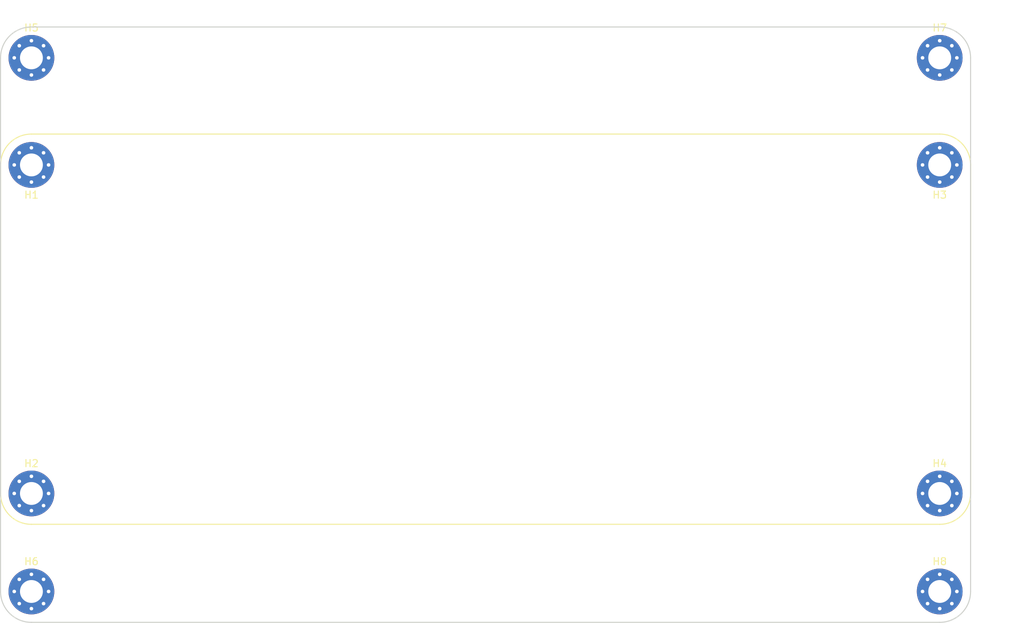
<source format=kicad_pcb>
(kicad_pcb (version 20171130) (host pcbnew 5.1.4-e60b266~84~ubuntu18.04.1)

  (general
    (thickness 1.6)
    (drawings 21)
    (tracks 0)
    (zones 0)
    (modules 8)
    (nets 2)
  )

  (page A4)
  (layers
    (0 F.Cu signal)
    (31 B.Cu signal)
    (32 B.Adhes user)
    (33 F.Adhes user)
    (34 B.Paste user)
    (35 F.Paste user)
    (36 B.SilkS user)
    (37 F.SilkS user)
    (38 B.Mask user)
    (39 F.Mask user)
    (40 Dwgs.User user)
    (41 Cmts.User user)
    (42 Eco1.User user)
    (43 Eco2.User user)
    (44 Edge.Cuts user)
    (45 Margin user)
    (46 B.CrtYd user)
    (47 F.CrtYd user)
    (48 B.Fab user)
    (49 F.Fab user)
  )

  (setup
    (last_trace_width 0.25)
    (trace_clearance 0.2)
    (zone_clearance 0.254)
    (zone_45_only yes)
    (trace_min 0.2)
    (via_size 0.8)
    (via_drill 0.4)
    (via_min_size 0.4)
    (via_min_drill 0.3)
    (uvia_size 0.3)
    (uvia_drill 0.1)
    (uvias_allowed no)
    (uvia_min_size 0.2)
    (uvia_min_drill 0.1)
    (edge_width 0.15)
    (segment_width 0.2)
    (pcb_text_width 0.3)
    (pcb_text_size 1.5 1.5)
    (mod_edge_width 0.15)
    (mod_text_size 1 1)
    (mod_text_width 0.15)
    (pad_size 1.524 1.524)
    (pad_drill 0.762)
    (pad_to_mask_clearance 0.051)
    (solder_mask_min_width 0.25)
    (aux_axis_origin 0 0)
    (visible_elements 7FFFFF7F)
    (pcbplotparams
      (layerselection 0x010fc_ffffffff)
      (usegerberextensions false)
      (usegerberattributes true)
      (usegerberadvancedattributes false)
      (creategerberjobfile false)
      (excludeedgelayer true)
      (linewidth 0.150000)
      (plotframeref false)
      (viasonmask false)
      (mode 1)
      (useauxorigin false)
      (hpglpennumber 1)
      (hpglpenspeed 20)
      (hpglpendiameter 15.000000)
      (psnegative false)
      (psa4output false)
      (plotreference true)
      (plotvalue true)
      (plotinvisibletext false)
      (padsonsilk false)
      (subtractmaskfromsilk false)
      (outputformat 1)
      (mirror false)
      (drillshape 0)
      (scaleselection 1)
      (outputdirectory "grebers"))
  )

  (net 0 "")
  (net 1 GND)

  (net_class Default "This is the default net class."
    (clearance 0.2)
    (trace_width 0.25)
    (via_dia 0.8)
    (via_drill 0.4)
    (uvia_dia 0.3)
    (uvia_drill 0.1)
    (add_net GND)
  )

  (module Mounting_Holes:MountingHole_3.2mm_M3_Pad_Via (layer F.Cu) (tedit 56DDBCCA) (tstamp 5CEEB3A5)
    (at 146.812 97.028)
    (descr "Mounting Hole 3.2mm, M3")
    (tags "mounting hole 3.2mm m3")
    (path /5CFD9D80)
    (attr virtual)
    (fp_text reference H8 (at 0 -4.2) (layer F.SilkS)
      (effects (font (size 1 1) (thickness 0.15)))
    )
    (fp_text value MountingHole (at 0 4.2) (layer F.Fab) hide
      (effects (font (size 1 1) (thickness 0.15)))
    )
    (fp_text user %R (at 0.3 0) (layer F.Fab)
      (effects (font (size 1 1) (thickness 0.15)))
    )
    (fp_circle (center 0 0) (end 3.2 0) (layer Cmts.User) (width 0.15))
    (fp_circle (center 0 0) (end 3.45 0) (layer F.CrtYd) (width 0.05))
    (pad 1 thru_hole circle (at 0 0) (size 6.4 6.4) (drill 3.2) (layers *.Cu *.Mask)
      (net 1 GND))
    (pad 1 thru_hole circle (at 2.4 0) (size 0.8 0.8) (drill 0.5) (layers *.Cu *.Mask)
      (net 1 GND))
    (pad 1 thru_hole circle (at 1.697056 1.697056) (size 0.8 0.8) (drill 0.5) (layers *.Cu *.Mask)
      (net 1 GND))
    (pad 1 thru_hole circle (at 0 2.4) (size 0.8 0.8) (drill 0.5) (layers *.Cu *.Mask)
      (net 1 GND))
    (pad 1 thru_hole circle (at -1.697056 1.697056) (size 0.8 0.8) (drill 0.5) (layers *.Cu *.Mask)
      (net 1 GND))
    (pad 1 thru_hole circle (at -2.4 0) (size 0.8 0.8) (drill 0.5) (layers *.Cu *.Mask)
      (net 1 GND))
    (pad 1 thru_hole circle (at -1.697056 -1.697056) (size 0.8 0.8) (drill 0.5) (layers *.Cu *.Mask)
      (net 1 GND))
    (pad 1 thru_hole circle (at 0 -2.4) (size 0.8 0.8) (drill 0.5) (layers *.Cu *.Mask)
      (net 1 GND))
    (pad 1 thru_hole circle (at 1.697056 -1.697056) (size 0.8 0.8) (drill 0.5) (layers *.Cu *.Mask)
      (net 1 GND))
  )

  (module Mounting_Holes:MountingHole_3.2mm_M3_Pad_Via (layer F.Cu) (tedit 56DDBCCA) (tstamp 5CEEB232)
    (at 146.812 22.352)
    (descr "Mounting Hole 3.2mm, M3")
    (tags "mounting hole 3.2mm m3")
    (path /5CFD9D8A)
    (attr virtual)
    (fp_text reference H7 (at 0 -4.2) (layer F.SilkS)
      (effects (font (size 1 1) (thickness 0.15)))
    )
    (fp_text value MountingHole (at 0 4.2) (layer F.Fab) hide
      (effects (font (size 1 1) (thickness 0.15)))
    )
    (fp_text user %R (at 0.3 0) (layer F.Fab)
      (effects (font (size 1 1) (thickness 0.15)))
    )
    (fp_circle (center 0 0) (end 3.2 0) (layer Cmts.User) (width 0.15))
    (fp_circle (center 0 0) (end 3.45 0) (layer F.CrtYd) (width 0.05))
    (pad 1 thru_hole circle (at 0 0) (size 6.4 6.4) (drill 3.2) (layers *.Cu *.Mask)
      (net 1 GND))
    (pad 1 thru_hole circle (at 2.4 0) (size 0.8 0.8) (drill 0.5) (layers *.Cu *.Mask)
      (net 1 GND))
    (pad 1 thru_hole circle (at 1.697056 1.697056) (size 0.8 0.8) (drill 0.5) (layers *.Cu *.Mask)
      (net 1 GND))
    (pad 1 thru_hole circle (at 0 2.4) (size 0.8 0.8) (drill 0.5) (layers *.Cu *.Mask)
      (net 1 GND))
    (pad 1 thru_hole circle (at -1.697056 1.697056) (size 0.8 0.8) (drill 0.5) (layers *.Cu *.Mask)
      (net 1 GND))
    (pad 1 thru_hole circle (at -2.4 0) (size 0.8 0.8) (drill 0.5) (layers *.Cu *.Mask)
      (net 1 GND))
    (pad 1 thru_hole circle (at -1.697056 -1.697056) (size 0.8 0.8) (drill 0.5) (layers *.Cu *.Mask)
      (net 1 GND))
    (pad 1 thru_hole circle (at 0 -2.4) (size 0.8 0.8) (drill 0.5) (layers *.Cu *.Mask)
      (net 1 GND))
    (pad 1 thru_hole circle (at 1.697056 -1.697056) (size 0.8 0.8) (drill 0.5) (layers *.Cu *.Mask)
      (net 1 GND))
  )

  (module Mounting_Holes:MountingHole_3.2mm_M3_Pad_Via (layer F.Cu) (tedit 56DDBCCA) (tstamp 5CEEB378)
    (at 19.812 97.028)
    (descr "Mounting Hole 3.2mm, M3")
    (tags "mounting hole 3.2mm m3")
    (path /5CFD9D6C)
    (attr virtual)
    (fp_text reference H6 (at 0 -4.2) (layer F.SilkS)
      (effects (font (size 1 1) (thickness 0.15)))
    )
    (fp_text value MountingHole (at 0 4.2) (layer F.Fab) hide
      (effects (font (size 1 1) (thickness 0.15)))
    )
    (fp_text user %R (at 0.3 0) (layer F.Fab)
      (effects (font (size 1 1) (thickness 0.15)))
    )
    (fp_circle (center 0 0) (end 3.2 0) (layer Cmts.User) (width 0.15))
    (fp_circle (center 0 0) (end 3.45 0) (layer F.CrtYd) (width 0.05))
    (pad 1 thru_hole circle (at 0 0) (size 6.4 6.4) (drill 3.2) (layers *.Cu *.Mask)
      (net 1 GND))
    (pad 1 thru_hole circle (at 2.4 0) (size 0.8 0.8) (drill 0.5) (layers *.Cu *.Mask)
      (net 1 GND))
    (pad 1 thru_hole circle (at 1.697056 1.697056) (size 0.8 0.8) (drill 0.5) (layers *.Cu *.Mask)
      (net 1 GND))
    (pad 1 thru_hole circle (at 0 2.4) (size 0.8 0.8) (drill 0.5) (layers *.Cu *.Mask)
      (net 1 GND))
    (pad 1 thru_hole circle (at -1.697056 1.697056) (size 0.8 0.8) (drill 0.5) (layers *.Cu *.Mask)
      (net 1 GND))
    (pad 1 thru_hole circle (at -2.4 0) (size 0.8 0.8) (drill 0.5) (layers *.Cu *.Mask)
      (net 1 GND))
    (pad 1 thru_hole circle (at -1.697056 -1.697056) (size 0.8 0.8) (drill 0.5) (layers *.Cu *.Mask)
      (net 1 GND))
    (pad 1 thru_hole circle (at 0 -2.4) (size 0.8 0.8) (drill 0.5) (layers *.Cu *.Mask)
      (net 1 GND))
    (pad 1 thru_hole circle (at 1.697056 -1.697056) (size 0.8 0.8) (drill 0.5) (layers *.Cu *.Mask)
      (net 1 GND))
  )

  (module Mounting_Holes:MountingHole_3.2mm_M3_Pad_Via (layer F.Cu) (tedit 56DDBCCA) (tstamp 5CEEB205)
    (at 19.812 22.352)
    (descr "Mounting Hole 3.2mm, M3")
    (tags "mounting hole 3.2mm m3")
    (path /5CFD9D76)
    (attr virtual)
    (fp_text reference H5 (at 0 -4.2) (layer F.SilkS)
      (effects (font (size 1 1) (thickness 0.15)))
    )
    (fp_text value MountingHole (at 0 4.2) (layer F.Fab) hide
      (effects (font (size 1 1) (thickness 0.15)))
    )
    (fp_text user %R (at 0.3 0) (layer F.Fab)
      (effects (font (size 1 1) (thickness 0.15)))
    )
    (fp_circle (center 0 0) (end 3.2 0) (layer Cmts.User) (width 0.15))
    (fp_circle (center 0 0) (end 3.45 0) (layer F.CrtYd) (width 0.05))
    (pad 1 thru_hole circle (at 0 0) (size 6.4 6.4) (drill 3.2) (layers *.Cu *.Mask)
      (net 1 GND))
    (pad 1 thru_hole circle (at 2.4 0) (size 0.8 0.8) (drill 0.5) (layers *.Cu *.Mask)
      (net 1 GND))
    (pad 1 thru_hole circle (at 1.697056 1.697056) (size 0.8 0.8) (drill 0.5) (layers *.Cu *.Mask)
      (net 1 GND))
    (pad 1 thru_hole circle (at 0 2.4) (size 0.8 0.8) (drill 0.5) (layers *.Cu *.Mask)
      (net 1 GND))
    (pad 1 thru_hole circle (at -1.697056 1.697056) (size 0.8 0.8) (drill 0.5) (layers *.Cu *.Mask)
      (net 1 GND))
    (pad 1 thru_hole circle (at -2.4 0) (size 0.8 0.8) (drill 0.5) (layers *.Cu *.Mask)
      (net 1 GND))
    (pad 1 thru_hole circle (at -1.697056 -1.697056) (size 0.8 0.8) (drill 0.5) (layers *.Cu *.Mask)
      (net 1 GND))
    (pad 1 thru_hole circle (at 0 -2.4) (size 0.8 0.8) (drill 0.5) (layers *.Cu *.Mask)
      (net 1 GND))
    (pad 1 thru_hole circle (at 1.697056 -1.697056) (size 0.8 0.8) (drill 0.5) (layers *.Cu *.Mask)
      (net 1 GND))
  )

  (module Mounting_Holes:MountingHole_3.2mm_M3_Pad_Via (layer F.Cu) (tedit 56DDBCCA) (tstamp 5CB8E4BD)
    (at 146.812 83.312)
    (descr "Mounting Hole 3.2mm, M3")
    (tags "mounting hole 3.2mm m3")
    (path /5C6548B4)
    (attr virtual)
    (fp_text reference H4 (at 0 -4.2) (layer F.SilkS)
      (effects (font (size 1 1) (thickness 0.15)))
    )
    (fp_text value MountingHole (at 0 4.2) (layer F.Fab) hide
      (effects (font (size 1 1) (thickness 0.15)))
    )
    (fp_text user %R (at 0.3 0) (layer F.Fab)
      (effects (font (size 1 1) (thickness 0.15)))
    )
    (fp_circle (center 0 0) (end 3.2 0) (layer Cmts.User) (width 0.15))
    (fp_circle (center 0 0) (end 3.45 0) (layer F.CrtYd) (width 0.05))
    (pad 1 thru_hole circle (at 0 0) (size 6.4 6.4) (drill 3.2) (layers *.Cu *.Mask)
      (net 1 GND))
    (pad 1 thru_hole circle (at 2.4 0) (size 0.8 0.8) (drill 0.5) (layers *.Cu *.Mask)
      (net 1 GND))
    (pad 1 thru_hole circle (at 1.697056 1.697056) (size 0.8 0.8) (drill 0.5) (layers *.Cu *.Mask)
      (net 1 GND))
    (pad 1 thru_hole circle (at 0 2.4) (size 0.8 0.8) (drill 0.5) (layers *.Cu *.Mask)
      (net 1 GND))
    (pad 1 thru_hole circle (at -1.697056 1.697056) (size 0.8 0.8) (drill 0.5) (layers *.Cu *.Mask)
      (net 1 GND))
    (pad 1 thru_hole circle (at -2.4 0) (size 0.8 0.8) (drill 0.5) (layers *.Cu *.Mask)
      (net 1 GND))
    (pad 1 thru_hole circle (at -1.697056 -1.697056) (size 0.8 0.8) (drill 0.5) (layers *.Cu *.Mask)
      (net 1 GND))
    (pad 1 thru_hole circle (at 0 -2.4) (size 0.8 0.8) (drill 0.5) (layers *.Cu *.Mask)
      (net 1 GND))
    (pad 1 thru_hole circle (at 1.697056 -1.697056) (size 0.8 0.8) (drill 0.5) (layers *.Cu *.Mask)
      (net 1 GND))
  )

  (module Mounting_Holes:MountingHole_3.2mm_M3_Pad_Via (layer F.Cu) (tedit 56DDBCCA) (tstamp 5C6E372C)
    (at 146.812 37.338 180)
    (descr "Mounting Hole 3.2mm, M3")
    (tags "mounting hole 3.2mm m3")
    (path /5C654344)
    (attr virtual)
    (fp_text reference H3 (at 0 -4.2) (layer F.SilkS)
      (effects (font (size 1 1) (thickness 0.15)))
    )
    (fp_text value MountingHole (at 0 4.2) (layer F.Fab) hide
      (effects (font (size 1 1) (thickness 0.15)))
    )
    (fp_text user %R (at 0.3 0) (layer F.Fab)
      (effects (font (size 1 1) (thickness 0.15)))
    )
    (fp_circle (center 0 0) (end 3.2 0) (layer Cmts.User) (width 0.15))
    (fp_circle (center 0 0) (end 3.45 0) (layer F.CrtYd) (width 0.05))
    (pad 1 thru_hole circle (at 0 0 180) (size 6.4 6.4) (drill 3.2) (layers *.Cu *.Mask)
      (net 1 GND))
    (pad 1 thru_hole circle (at 2.4 0 180) (size 0.8 0.8) (drill 0.5) (layers *.Cu *.Mask)
      (net 1 GND))
    (pad 1 thru_hole circle (at 1.697056 1.697056 180) (size 0.8 0.8) (drill 0.5) (layers *.Cu *.Mask)
      (net 1 GND))
    (pad 1 thru_hole circle (at 0 2.4 180) (size 0.8 0.8) (drill 0.5) (layers *.Cu *.Mask)
      (net 1 GND))
    (pad 1 thru_hole circle (at -1.697056 1.697056 180) (size 0.8 0.8) (drill 0.5) (layers *.Cu *.Mask)
      (net 1 GND))
    (pad 1 thru_hole circle (at -2.4 0 180) (size 0.8 0.8) (drill 0.5) (layers *.Cu *.Mask)
      (net 1 GND))
    (pad 1 thru_hole circle (at -1.697056 -1.697056 180) (size 0.8 0.8) (drill 0.5) (layers *.Cu *.Mask)
      (net 1 GND))
    (pad 1 thru_hole circle (at 0 -2.4 180) (size 0.8 0.8) (drill 0.5) (layers *.Cu *.Mask)
      (net 1 GND))
    (pad 1 thru_hole circle (at 1.697056 -1.697056 180) (size 0.8 0.8) (drill 0.5) (layers *.Cu *.Mask)
      (net 1 GND))
  )

  (module Mounting_Holes:MountingHole_3.2mm_M3_Pad_Via (layer F.Cu) (tedit 56DDBCCA) (tstamp 5C6E373B)
    (at 19.812 83.312)
    (descr "Mounting Hole 3.2mm, M3")
    (tags "mounting hole 3.2mm m3")
    (path /5C6549EA)
    (attr virtual)
    (fp_text reference H2 (at 0 -4.2) (layer F.SilkS)
      (effects (font (size 1 1) (thickness 0.15)))
    )
    (fp_text value MountingHole (at 0 4.2) (layer F.Fab) hide
      (effects (font (size 1 1) (thickness 0.15)))
    )
    (fp_text user %R (at 0.3 0) (layer F.Fab)
      (effects (font (size 1 1) (thickness 0.15)))
    )
    (fp_circle (center 0 0) (end 3.2 0) (layer Cmts.User) (width 0.15))
    (fp_circle (center 0 0) (end 3.45 0) (layer F.CrtYd) (width 0.05))
    (pad 1 thru_hole circle (at 0 0) (size 6.4 6.4) (drill 3.2) (layers *.Cu *.Mask)
      (net 1 GND))
    (pad 1 thru_hole circle (at 2.4 0) (size 0.8 0.8) (drill 0.5) (layers *.Cu *.Mask)
      (net 1 GND))
    (pad 1 thru_hole circle (at 1.697056 1.697056) (size 0.8 0.8) (drill 0.5) (layers *.Cu *.Mask)
      (net 1 GND))
    (pad 1 thru_hole circle (at 0 2.4) (size 0.8 0.8) (drill 0.5) (layers *.Cu *.Mask)
      (net 1 GND))
    (pad 1 thru_hole circle (at -1.697056 1.697056) (size 0.8 0.8) (drill 0.5) (layers *.Cu *.Mask)
      (net 1 GND))
    (pad 1 thru_hole circle (at -2.4 0) (size 0.8 0.8) (drill 0.5) (layers *.Cu *.Mask)
      (net 1 GND))
    (pad 1 thru_hole circle (at -1.697056 -1.697056) (size 0.8 0.8) (drill 0.5) (layers *.Cu *.Mask)
      (net 1 GND))
    (pad 1 thru_hole circle (at 0 -2.4) (size 0.8 0.8) (drill 0.5) (layers *.Cu *.Mask)
      (net 1 GND))
    (pad 1 thru_hole circle (at 1.697056 -1.697056) (size 0.8 0.8) (drill 0.5) (layers *.Cu *.Mask)
      (net 1 GND))
  )

  (module Mounting_Holes:MountingHole_3.2mm_M3_Pad_Via (layer F.Cu) (tedit 56DDBCCA) (tstamp 5C6E374A)
    (at 19.812 37.338 180)
    (descr "Mounting Hole 3.2mm, M3")
    (tags "mounting hole 3.2mm m3")
    (path /5C65492C)
    (attr virtual)
    (fp_text reference H1 (at 0 -4.2) (layer F.SilkS)
      (effects (font (size 1 1) (thickness 0.15)))
    )
    (fp_text value MountingHole (at 0 4.2) (layer F.Fab) hide
      (effects (font (size 1 1) (thickness 0.15)))
    )
    (fp_text user %R (at 0.3 0) (layer F.Fab)
      (effects (font (size 1 1) (thickness 0.15)))
    )
    (fp_circle (center 0 0) (end 3.2 0) (layer Cmts.User) (width 0.15))
    (fp_circle (center 0 0) (end 3.45 0) (layer F.CrtYd) (width 0.05))
    (pad 1 thru_hole circle (at 0 0 180) (size 6.4 6.4) (drill 3.2) (layers *.Cu *.Mask)
      (net 1 GND))
    (pad 1 thru_hole circle (at 2.4 0 180) (size 0.8 0.8) (drill 0.5) (layers *.Cu *.Mask)
      (net 1 GND))
    (pad 1 thru_hole circle (at 1.697056 1.697056 180) (size 0.8 0.8) (drill 0.5) (layers *.Cu *.Mask)
      (net 1 GND))
    (pad 1 thru_hole circle (at 0 2.4 180) (size 0.8 0.8) (drill 0.5) (layers *.Cu *.Mask)
      (net 1 GND))
    (pad 1 thru_hole circle (at -1.697056 1.697056 180) (size 0.8 0.8) (drill 0.5) (layers *.Cu *.Mask)
      (net 1 GND))
    (pad 1 thru_hole circle (at -2.4 0 180) (size 0.8 0.8) (drill 0.5) (layers *.Cu *.Mask)
      (net 1 GND))
    (pad 1 thru_hole circle (at -1.697056 -1.697056 180) (size 0.8 0.8) (drill 0.5) (layers *.Cu *.Mask)
      (net 1 GND))
    (pad 1 thru_hole circle (at 0 -2.4 180) (size 0.8 0.8) (drill 0.5) (layers *.Cu *.Mask)
      (net 1 GND))
    (pad 1 thru_hole circle (at 1.697056 -1.697056 180) (size 0.8 0.8) (drill 0.5) (layers *.Cu *.Mask)
      (net 1 GND))
  )

  (dimension 4.318 (width 0.15) (layer Dwgs.User) (tstamp 5CEEB25B)
    (gr_text "4.318 mm" (at 148.971 14.956) (layer Dwgs.User) (tstamp 5CEEB25B)
      (effects (font (size 1 1) (thickness 0.15)))
    )
    (feature1 (pts (xy 151.13 22.352) (xy 151.13 15.669579)))
    (feature2 (pts (xy 146.812 22.352) (xy 146.812 15.669579)))
    (crossbar (pts (xy 146.812 16.256) (xy 151.13 16.256)))
    (arrow1a (pts (xy 151.13 16.256) (xy 150.003496 16.842421)))
    (arrow1b (pts (xy 151.13 16.256) (xy 150.003496 15.669579)))
    (arrow2a (pts (xy 146.812 16.256) (xy 147.938504 16.842421)))
    (arrow2b (pts (xy 146.812 16.256) (xy 147.938504 15.669579)))
  )
  (gr_arc (start 19.812 83.312) (end 15.494 83.312) (angle -90) (layer F.SilkS) (width 0.15))
  (gr_arc (start 19.812 37.338) (end 19.812 33.02) (angle -90) (layer F.SilkS) (width 0.15))
  (gr_arc (start 146.812 37.338) (end 151.13 37.338) (angle -90) (layer F.SilkS) (width 0.15))
  (gr_arc (start 146.812 83.312) (end 146.812 87.63) (angle -90) (layer F.SilkS) (width 0.15))
  (gr_line (start 19.812 87.63) (end 146.812 87.63) (layer F.SilkS) (width 0.15))
  (gr_line (start 15.494 37.338) (end 15.494 83.312) (layer F.SilkS) (width 0.15))
  (gr_line (start 146.812 33.02) (end 19.812 33.02) (layer F.SilkS) (width 0.15))
  (gr_line (start 151.13 83.312) (end 151.13 37.338) (layer F.SilkS) (width 0.15))
  (dimension 54.61 (width 0.15) (layer Dwgs.User)
    (gr_text "54.610 mm" (at 154.462 60.325 90) (layer Dwgs.User)
      (effects (font (size 1 1) (thickness 0.15)))
    )
    (feature1 (pts (xy 146.812 33.02) (xy 153.748421 33.02)))
    (feature2 (pts (xy 146.812 87.63) (xy 153.748421 87.63)))
    (crossbar (pts (xy 153.162 87.63) (xy 153.162 33.02)))
    (arrow1a (pts (xy 153.162 33.02) (xy 153.748421 34.146504)))
    (arrow1b (pts (xy 153.162 33.02) (xy 152.575579 34.146504)))
    (arrow2a (pts (xy 153.162 87.63) (xy 153.748421 86.503496)))
    (arrow2b (pts (xy 153.162 87.63) (xy 152.575579 86.503496)))
  )
  (dimension 83.312 (width 0.15) (layer Dwgs.User)
    (gr_text "83.312 mm" (at 157.256 59.69 90) (layer Dwgs.User)
      (effects (font (size 1 1) (thickness 0.15)))
    )
    (feature1 (pts (xy 146.812 18.034) (xy 156.542421 18.034)))
    (feature2 (pts (xy 146.812 101.346) (xy 156.542421 101.346)))
    (crossbar (pts (xy 155.956 101.346) (xy 155.956 18.034)))
    (arrow1a (pts (xy 155.956 18.034) (xy 156.542421 19.160504)))
    (arrow1b (pts (xy 155.956 18.034) (xy 155.369579 19.160504)))
    (arrow2a (pts (xy 155.956 101.346) (xy 156.542421 100.219496)))
    (arrow2b (pts (xy 155.956 101.346) (xy 155.369579 100.219496)))
  )
  (dimension 135.636 (width 0.15) (layer Dwgs.User) (tstamp 5CEEB0B3)
    (gr_text "135.636 mm" (at 83.312 14.956) (layer Dwgs.User) (tstamp 5CEEB0B3)
      (effects (font (size 1 1) (thickness 0.15)))
    )
    (feature1 (pts (xy 15.494 37.338) (xy 15.494 15.669579)))
    (feature2 (pts (xy 151.13 37.338) (xy 151.13 15.669579)))
    (crossbar (pts (xy 151.13 16.256) (xy 15.494 16.256)))
    (arrow1a (pts (xy 15.494 16.256) (xy 16.620504 15.669579)))
    (arrow1b (pts (xy 15.494 16.256) (xy 16.620504 16.842421)))
    (arrow2a (pts (xy 151.13 16.256) (xy 150.003496 15.669579)))
    (arrow2b (pts (xy 151.13 16.256) (xy 150.003496 16.842421)))
  )
  (dimension 4.318 (width 0.15) (layer Dwgs.User)
    (gr_text "4,318 mm" (at 157.256 20.193 90) (layer Dwgs.User)
      (effects (font (size 1 1) (thickness 0.15)))
    )
    (feature1 (pts (xy 146.812 18.034) (xy 156.542421 18.034)))
    (feature2 (pts (xy 146.812 22.352) (xy 156.542421 22.352)))
    (crossbar (pts (xy 155.956 22.352) (xy 155.956 18.034)))
    (arrow1a (pts (xy 155.956 18.034) (xy 156.542421 19.160504)))
    (arrow1b (pts (xy 155.956 18.034) (xy 155.369579 19.160504)))
    (arrow2a (pts (xy 155.956 22.352) (xy 156.542421 21.225496)))
    (arrow2b (pts (xy 155.956 22.352) (xy 155.369579 21.225496)))
  )
  (gr_arc (start 19.812 97.028) (end 15.494 97.028) (angle -90) (layer Edge.Cuts) (width 0.15) (tstamp 5CEEB3C7))
  (gr_arc (start 19.812 22.352) (end 19.812 18.034) (angle -90) (layer Edge.Cuts) (width 0.15) (tstamp 5CEEB257))
  (gr_arc (start 146.812 22.352) (end 151.13 22.352) (angle -90) (layer Edge.Cuts) (width 0.15) (tstamp 5CEEB254))
  (gr_arc (start 146.812 97.028) (end 146.812 101.346) (angle -90) (layer Edge.Cuts) (width 0.15) (tstamp 5CEEB3C4))
  (gr_line (start 19.812 18.034) (end 146.812 18.034) (layer Edge.Cuts) (width 0.15) (tstamp 5CEEB251))
  (gr_line (start 15.494 22.352) (end 15.494 97.028) (layer Edge.Cuts) (width 0.15))
  (gr_line (start 19.812 101.346) (end 146.812 101.346) (layer Edge.Cuts) (width 0.15))
  (gr_line (start 151.13 22.352) (end 151.13 97.028) (layer Edge.Cuts) (width 0.15))

)

</source>
